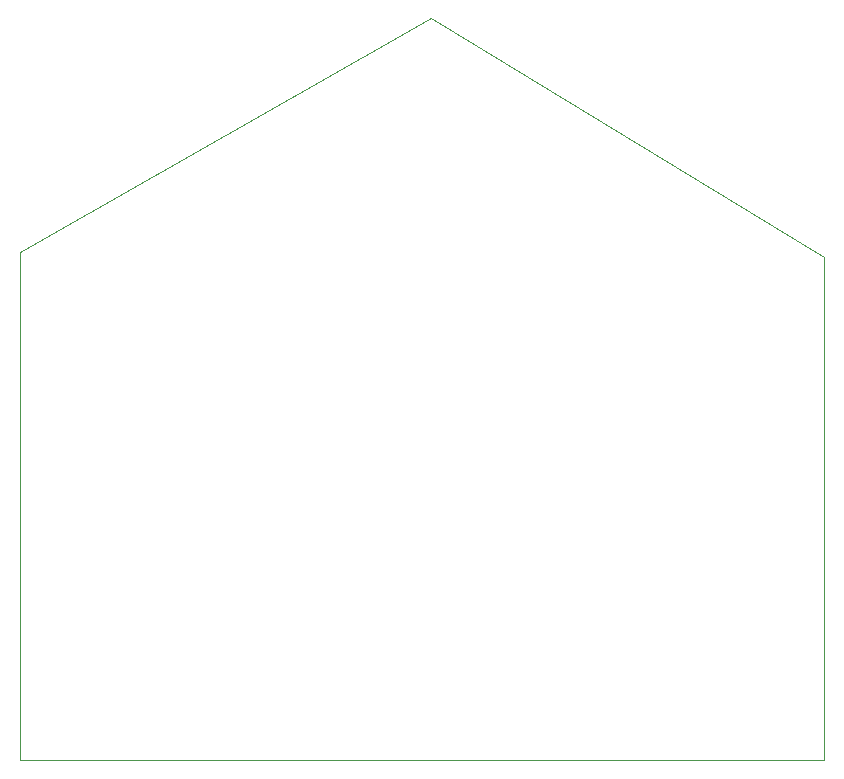
<source format=gbr>
%TF.GenerationSoftware,KiCad,Pcbnew,9.0.2*%
%TF.CreationDate,2026-01-27T19:39:38+05:30*%
%TF.ProjectId,led,6c65642e-6b69-4636-9164-5f7063625858,rev?*%
%TF.SameCoordinates,Original*%
%TF.FileFunction,Profile,NP*%
%FSLAX46Y46*%
G04 Gerber Fmt 4.6, Leading zero omitted, Abs format (unit mm)*
G04 Created by KiCad (PCBNEW 9.0.2) date 2026-01-27 19:39:38*
%MOMM*%
%LPD*%
G01*
G04 APERTURE LIST*
%TA.AperFunction,Profile*%
%ADD10C,0.050000*%
%TD*%
G04 APERTURE END LIST*
D10*
X63000000Y-169600000D02*
X63000000Y-126600000D01*
X97800000Y-106800000D02*
X131000000Y-127000000D01*
X131000000Y-127000000D02*
X131000000Y-169600000D01*
X131000000Y-169600000D02*
X63000000Y-169600000D01*
X63000000Y-126600000D02*
X97800000Y-106800000D01*
M02*

</source>
